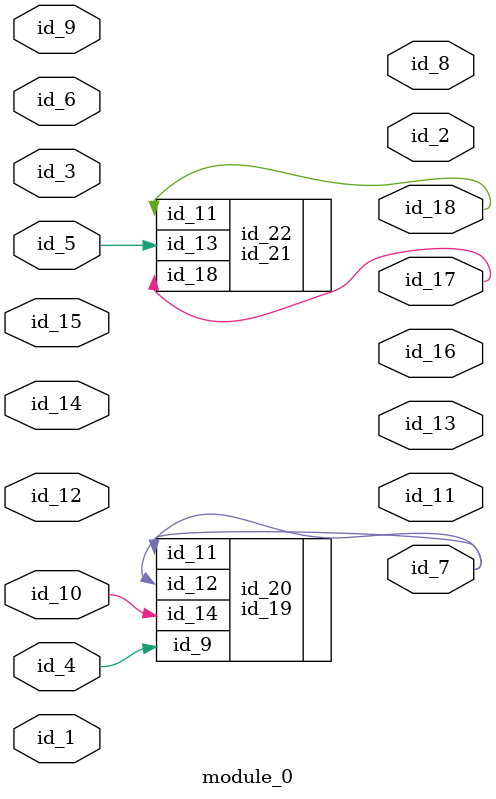
<source format=v>
module module_0 (
    id_1,
    id_2,
    id_3,
    id_4,
    id_5,
    id_6,
    id_7,
    id_8,
    id_9,
    id_10,
    id_11,
    id_12,
    id_13,
    id_14,
    id_15,
    id_16,
    id_17,
    id_18
);
  output id_18;
  output id_17;
  output id_16;
  input id_15;
  input id_14;
  output id_13;
  input id_12;
  output id_11;
  input id_10;
  input id_9;
  output id_8;
  output id_7;
  input id_6;
  input id_5;
  input id_4;
  input id_3;
  output id_2;
  input id_1;
  id_19 id_20 (
      .id_14(id_10),
      .id_9 (id_4),
      .id_11(id_7),
      .id_12(id_7)
  );
  id_21 id_22 (
      .id_18(id_17),
      .id_13(id_5),
      .id_11(id_18)
  );
endmodule

</source>
